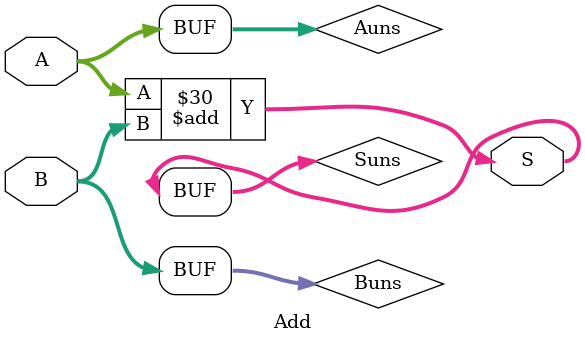
<source format=sv>

function automatic integer log2floor;
    input integer n;
    integer m;
    integer p;
    begin
        m = -1;
        p = 1;
        while (p <= n) begin
            m = m + 1;
            p = p * 2;
        end
        log2floor = m;
    end
endfunction


// Copyright 2024 ETH Zurich and University of Bologna.
// Solderpad Hardware License, Version 0.51, see LICENSE for details.
// SPDX-License-Identifier: SHL-0.51
//
// Based on the work by Reto Zimmermann 1998 - ETH Zürich
// Originally written in VHDL, available under: 
// https://iis-people.ee.ethz.ch/~zimmi/arith_lib.html#library
//
// Authors:
// - Thomas Benz <tbenz@iis.ee.ethz.ch>
// - Philippe Sauter <phsauter@iis.ee.ethz.ch>
// - Paul Scheffler <paulsc@iis.ee.ethz.ch>
//
// Description :
// Multiplier-adder for signed numbers (Baugh-Wooley). First multiplies two
// numbers, then adds an additional operand to the result.
// P = (X*Y) +A

module MulAddSgn #(
	parameter int              widthX = 8,             // word width of XS, XC (<= widthY)
	parameter int              widthY = 8,             // word width of Y
	parameter int              widthA = 20,            // word width of A (>= widthX+widthY)
	parameter int speed  = 0  // performance parameter
) (
	input  logic [widthX-1:0] X,  // multiplier
	input  logic [widthY-1:0] Y,  // multiplicand
	input  logic [widthA-1:0] A,  // augend
	output logic [widthA-1:0] P   // product
);

	logic [(widthX+2)*(widthX+widthY)-1:0] PP;  // partial products
	logic [widthA-1:0] ST1, CT1, ST2, CT2;  // intermediate sum/carry bits

	// generation of partial products
	MulPPGenSgn #(widthX, widthY) ppGen (
		.X (X),
		.Y (Y),
		.PP(PP)
	);

	// carry-save addition of partial products
	AddMopCsv #(widthX+widthY, widthX+2, speed) csvAdd1 (
		.A (PP),
		.S (ST1[widthX+widthY-1:0]),
		.C (CT1[widthX+widthY-1:0])
	);

	// extend
	always_comb begin
		if (widthA > widthX + widthY) begin
			ST1[widthX+widthY] = ~ST1[widthX+widthY-1];
			ST1[widthA-1:widthX+widthY+1] = '0;
			for (int i = widthX + widthY; i < widthA ; i++) CT1[i] = 1'b1;
		end
	end

	// carry-save addition of augend
	AddCsv #(widthA) csvAdd2 (
		.A1(A),
		.A2(CT1),
		.A3(ST1),
		.S (ST2),
		.C (CT2)
	);

	// final carry-propagate addition
	Add #(widthA, speed) cpAdd (
		.A(ST2),
		.B(CT2),
		.S(P)
	);

endmodule



// module behavioural_MulAddSgn #(
// 	parameter int              widthX = 8,             // word width of XS, XC (<= widthY)
// 	parameter int              widthY = 8,             // word width of Y
// 	parameter int              widthA = 20,            // word width of A (>= widthX+widthY)
// 	parameter int speed  = 0  // performance parameter
// ) (
// 	input  logic [widthX-1:0] X,  // multiplier
// 	input  logic [widthY-1:0] Y,  // multiplicand
// 	input  logic [widthA-1:0] A,  // augend
// 	output logic [widthA-1:0] P   // product
// );
// 	assign P = (signed'(X) * signed'(Y)) + signed'(A);
// endmodule

module AddCsv #(
	parameter int width = 8  // word width
) (
	input  logic [width-1:0] A1,  // operands
	input  logic [width-1:0] A2,
	input  logic [width-1:0] A3,
	output logic [width-1:0] S,   // sum / carry vector
	output logic [width-1:0] C
);

	logic [width-1:0] CT;  // unshifted output carries

	// carry-save addition using full-adders
	for (genvar i = 0; i < width; i++) begin : bits
		FullAdder fa (
		.A  (A1[i]),
		.B  (A2[i]),
		.CI (A3[i]),
		.S  (S[i] ),
		.CO (CT[i])
		);
	end

	// rotate output carries by one position
	assign C = {CT[width-2:0], 1'b0};

endmodule

module MulPPGenSgn #(
	parameter int widthX = 8,  // word width of X
	parameter int widthY = 8   // word width of Y
) (
	input logic [widthX-1:0] X,  // multiplier
	input logic [widthY-1:0] Y,  // multiplicand
	output logic [(widthX+2)*(widthX+widthY)-1:0] PP  // partial products
);

	localparam int unsigned widthP = widthX + widthY;  // width of single part. prod.

	always_comb begin
		logic [(widthX+2)*widthP-1:0] ppt;  // partial product vector

		// Initialize ppt to all zeros
		ppt = '0;

		// Generate partial products x(i)y(k)
		for (int i = 0; i < widthX-1; i++) begin
			for (int k = 0; k < widthY-1; k++) begin
				ppt[i*widthP+i+k] = X[i] & Y[k];
			end
			ppt[i*widthP+i+widthY-1] = ~X[i] & Y[widthY-1];
		end

		for (int k = 0; k < widthY-1; k++) begin
			ppt[(widthX-1)*widthP+(widthX-1)+k] = X[widthX-1] & ~Y[k];
		end
		ppt[(widthX-1)*widthP+(widthX-1)+widthY-1] = X[widthX-1] & Y[widthY-1];

		// Generate correction terms
		ppt[(widthX+1)*widthP-2] = ~X[widthX-1];
		ppt[widthX*widthP+widthX-1] = X[widthX-1];
		ppt[(widthX+2)*widthP-1] = 1'b1;
		ppt[(widthX+2)*widthP-2] = ~Y[widthY-1];
		ppt[(widthX+1)*widthP+widthY-1] = Y[widthY-1];

		// Assign output
		PP = ppt;
	end

endmodule

module Cpr #(
	parameter int              depth = 4,             // number of input bits
	parameter int speed = 0  // performance parameter
) (
	input  logic [depth-1:0] A,   // input bits
	input  logic [depth-4:0] CI,  // intermediate carries in
	output logic             S,   // sum out
	output logic             C,   // carry out
	output logic [depth-4:0] CO   // intermediate carries out
);

	logic [depth+2*(depth-2)-1:0] F;  // FIFO vector of internal signals
	logic [            depth-3:0] CIT, COT;  // temp. int. carries

	// put input bits to beginning of FIFO vector
	assign F[depth-1:0] = A;

	// temporary intermediate carries in
	assign CIT[depth-3:0] = {1'b0, CI[depth-4:0]};

	// compressor with linear structure
	if (speed == 0) begin : slowCpr
		// first full-adder
		FullAdder fa0 (
			.A (F[0]),
			.B (F[1]),
			.CI(F[2]),
			.S (F[depth]),
			.CO(COT[0])
		);

		// linear arrangement of full-adders
		for (genvar i = 1; i < depth-2; i++) begin : linear
			FullAdder fa (
				.A (F[i+2]),
				.B (CIT[i-1]),
				.CI(F[depth+(i-1)*2]),
				.S (F[depth+i*2]),
				.CO(COT[i])
			);
		end
	end  // compressor with tree structure
	else begin : fastCpr
		// tree arrangement of full-adders

		for (genvar i = 0; i < depth-2; i++) begin : tree
			// take inputs from beginning of FIFO vector
			// attach sum output to end of FIFO vector
			// put carry output to intermediate carry-out
			FullAdder fa (
				.A (F[i*3]),
				.B (F[i*3+1]),
				.CI(F[i*3+2]),
				.S (F[depth+i*2]),
				.CO(COT[i])
			);
			// attach intermediate carry-in to end of FIFO vector
			assign F[depth+i*2+1] = CIT[i];
		end
	end

	// intermediate carries out
	assign CO = COT[depth-4:0];

	// sum and carry out
	assign S  = F[3*depth-6];
	assign C  = COT[depth-3];

endmodule

module AddMopCsv #(
	parameter int              width = 8,             // word width
	parameter int              depth = 4,             // number of operands
	parameter int speed = 0  // performance parameter
) (
	input  logic [(depth*width)-1:0] A,  // operands
	output logic [        width-1:0] S,  // sum
	output logic [        width-1:0] C   // carry vector
);

	logic [      (depth*width)-1:0] AT;  // re-arranged inputs
	logic [(depth-3)*(width+1)-1:0] CI;  // intermediate carries
	logic [              width-1:0] CT;  // unshifted output carries

	// re-arrange input bits: group bits of same magnitude
	always_comb begin : swizzle
		for (int k = 0; k < depth; k++) begin
			for (int i = 0; i < width; i++) begin
				AT[i*depth+k] = A[k*width+i];
			end
		end
	end

	// set intermediate carries into first slice
	assign CI[depth-4:0] = 1'b0;

	// carry-save addition using (m,2) compressor bit-slices
	for (genvar i = 0; i < width; i++) begin : bits
		Cpr #(
			.depth(depth),
			.speed(speed)
		) slice (
			.A (AT[(i+1)*depth -1 : i*depth]),
			.CI(CI[(i+1)*(depth-3) -1 : i*(depth-3)]),
			.S (S[i]),
			.C (CT[i]),
			.CO(CI[(i+2)*(depth-3) -1 : (i+1)*(depth-3)])
		);
	end

	// shift left output carries by one position
	assign C = {CT[width-2:0], 1'b0};

endmodule

module PrefixAndOr #(
	parameter int              width = 8,             // word width
	parameter int speed = 0  // performance parameter
) (
	input  logic [width-1:0] GI,  // gen./prop. in
	input  logic [width-1:0] PI,  // gen./prop. in
	output logic [width-1:0] GO,  // gen./prop. out
	output logic [width-1:0] PO   // gen./prop. out
);

	// Constants
	localparam int n = width;  // prefix structure width
	localparam int m = $clog2(width);  // prefix structure depth

	// Sklansky parallel-prefix carry-lookahead structure
	if (speed == 2) begin : fastPrefix
		logic [(m+1)*n-1:0] GT, PT;  // gen./prop. temp
			assign GT[n-1:0] = GI;
			assign PT[n-1:0] = PI;
			for (genvar l = 1; l <= m; l++) begin : levels
				for (genvar k = 0; k < 2 ** (m - l); k++) begin : groups
					for (genvar i = 0; i < 2 ** (l - 1); i++) begin : bits
						// pass prop and gen to following nodes
						if ((k * 2 ** l + i) < n) begin : white
							assign GT[l*n+k*2**l+i] = GT[(l-1)*n+k*2**l+i];
							assign PT[l*n+k*2**l+i] = PT[(l-1)*n+k*2**l+i];
						end
						// calculate new propagate and generate
						if ((k * 2 ** l + 2 ** (l - 1) + i) < n) begin : black
							assign GT[l*n + k*2**l + 2**(l-1) + i] = 
												GT[(l-1)*n + k*2**l + 2**(l-1) + i]
											  | (  PT[(l-1)*n + k*2**l + 2**(l-1) + i]
												 & GT[(l-1)*n + k*2**l + 2**(l-1) - 1] );
							assign PT[l*n + k*2**l + 2**(l-1) + i] = 
													PT[(l-1)*n + k*2**l + 2**(l-1) + i]
												  & PT[(l-1)*n + k*2**l + 2**(l-1) - 1];
						end
					end
				end
			end
			assign GO = GT[(m+1)*n-1 : m*n];
			assign PO = PT[(m+1)*n-1 : m*n];
	end

	// Brent-Kung parallel-prefix carry-lookahead structure
	if (speed == 1) begin : mediumPrefix
		logic [(2*m)*n -1:0] GT, PT;  // gen./prop. temp
		assign GT[n-1:0] = GI;
		assign PT[n-1:0] = PI;

		for (genvar l = 1; l <= m; l++) begin : levels1
			for (genvar k = 0; k < 2**(m-l); k++) begin : groups
				for (genvar i = 0; i < 2**l -1; i++) begin : bits
					if ((k* 2**l +i) < n) begin : white
						assign GT[l*n + k* 2**l +i] = GT[(l-1)*n + k* 2**l +i];
						assign PT[l*n + k* 2**l +i] = PT[(l-1)*n + k* 2**l +i];
					end // white
				end // bits
				if ((k* 2**l + 2**l -1) < n) begin : black
					assign GT[l*n + k* 2**l + 2**l -1] =
								GT[(l-1)*n + k* 2**l + 2**l - 1] |
							  | (  PT[(l-1)*n + k* 2**l + 2**l     -1] 
							     & GT[(l-1)*n + k* 2**l + 2**(l-1) -1]);
					assign PT[l*n + k* 2**l + 2**l -1] =
								PT[(l-1)*n + k*2**l + 2**l     -1] 
							  & PT[(l-1)*n + k*2**l + 2**(l-1) -1];
				end // black
			end
		end // level1
		for (genvar l = m +1; l < 2*m; l++) begin : levels2
			for (genvar i = 0; i < 2**(2*m -l); i++) begin : bits
				if (i < n) begin : white
					assign GT[l*n +i] = GT[(l-1)*n +i];
					assign PT[l*n +i] = PT[(l-1)*n +i];
				end // white
			end // bits
			for (genvar k = 1; k < 2**(l-m); k++) begin : groups
				if (l < 2*m -1) begin : empty
					for (genvar i = 0; i < 2**(2*m -l -1) -1; i++) begin : bits
						if ((k* 2**(2*m -l) +i) < n) begin : white
							assign GT[l*n + k* 2**(2*m -l) +i] = GT[(l-1)*n + k* 2**(2*m -l) +i];
							assign PT[l*n + k* 2**(2*m -l) +i] = PT[(l-1)*n + k* 2**(2*m -l) +i];
						end // white
					end
				end // empty
				if ((k* 2**(2*m -l) + 2**(2*m -l -1) -1) < n) begin : black
					assign GT[l*n + k* 2**(2*m -l) + 2**(2*m -l-1) -1] = 
								GT[(l-1)*n + k* 2**(2*m-l) + 2**(2*m -l-1) -1]
							  | (  PT[(l-1)*n + k* 2**(2*m-l) + 2**(2*m-l-1) -1] 
								 & GT[(l-1)*n + k* 2**(2*m-l) -1] );
					assign PT[l*n + k* 2**(2*m -l) + 2**(2*m -l-1) -1] = 
								PT[(l-1)*n + k* 2**(2*m -l) + 2**(2*m -l-1) -1]
							  & PT[(l-1)*n + k* 2**(2*m -l) -1];
				end // black
				for (genvar i = 2**(2*m -l-1); i < 2**(2*m -l); i++) begin : bits
					if ((k* 2**(2*m -l) +i) < n) begin : white
						assign GT[l*n + k* 2**(2*m -l) +i] = GT[(l-1)*n + k* 2**(2*m -l) +i];
						assign PT[l*n + k* 2**(2*m -l) +i] = PT[(l-1)*n + k* 2**(2*m -l) +i];
					end // white
				end
			end
		end // level2
		assign GO = GT[2*m*n -1 : (2*m -1) * n];
		assign PO = PT[2*m*n -1 : (2*m -1) * n];
	end  // Serial-prefix carry-lookahead structure
	else if (speed == 0) begin : slowPrefix
		logic [n-1:0] GT, PT;  // gen./prop. temp
		assign GT[0] = GI[0];
		assign PT[0] = PI[0];
		
		for (genvar i = 1; i < n; i++) begin : bits
			assign GT[i] = GI[i] | (PI[i] & GT[i-1]);
			assign PT[i] = PI[i] & PT[i-1];
		end
		assign GO = GT;
		assign PO = PT;
	end

endmodule

module Add #(
	parameter int              width = 8,             // word width
	parameter int speed = 0  // performance parameter
) (
	input  logic [width-1:0] A,  // operands
	input  logic [width-1:0] B,
	output logic [width-1:0] S   // sum
);

	// Function: Binary adder using parallel-prefix carry-lookahead logic.

	logic [width-1:0] GI, PI;  // prefix gen./prop. in
	logic [width-1:0] GO, PO;  // prefix gen./prop. out
	logic [width-1:0] PT;  // adder propagate temp

	// Internal signals for unsigned operands
	logic [width-1:0] Auns, Buns, Suns;

	// default ripple-carry adder as slow implementation
	if (speed == 0) begin
		// type conversion: std_logic_vector -> unsigned
		assign Auns = A;
		assign Buns = B;

		// addition
		assign Suns = Auns + Buns;

		// type conversion: unsigned -> std_logic_vector
		assign S = Suns;
	end else begin
		// parallel-prefix adders as medium and fast implementations

		// calculate prefix input generate/propagate signals
		assign GI = A & B;
		assign PI = A | B;
		// calculate adder propagate signals (PT = A xor B)
		assign PT = ~GI & PI;

		// calculate prefix output generate/propagate signals
		PrefixAndOr #(
			.width(width),
			.speed(speed)
		) prefix (
			.GI(GI),
			.PI(PI),
			.GO(GO),
			.PO(PO)
		);

		// calculate sum bits
		assign S = PT ^ {GO[width-2:0], 1'b0};
	end
endmodule
</source>
